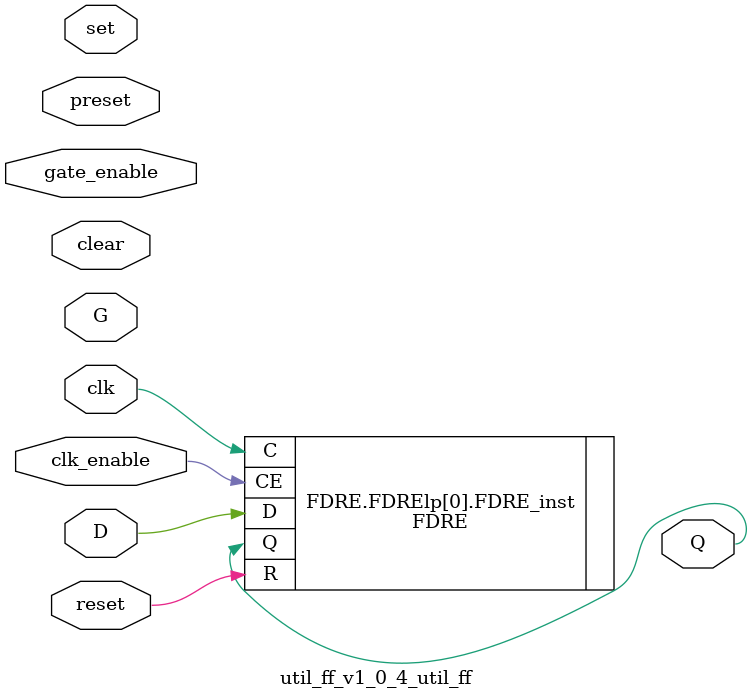
<source format=v>
`timescale 1ns/1ps

module util_ff_v1_0_4_util_ff
 #(
   parameter [0:0]         C_CLR_INVERTED  = 1'b0,
   parameter [0:0]         C_PRE_INVERTED  = 1'b0,
   parameter [0:0]         C_R_INVERTED    = 1'b0,
   parameter [0:0]         C_S_INVERTED    = 1'b0,
   parameter [0:0]         C_C_INVERTED    = 1'b0,
   parameter [0:0]         C_D_INVERTED    = 1'b0,
   parameter [0:0]         C_G_INVERTED    = 1'b0,
   parameter integer       C_WIDTH         = 1,
   parameter [C_WIDTH-1:0] C_INIT          = 'h0,
   parameter integer       C_FF_TYPE       = 1,
   parameter integer       C_FF_LEVELS     = 1
  )
  (
   input  [C_WIDTH-1:0] D,
   input                clk,
   input                set,
   input                clear,
   input                reset,
   input                preset,
   input                clk_enable,
   input                gate_enable,
   input                G,
   output [C_WIDTH-1:0] Q

  );

genvar i,j;
generate 
  if (C_FF_TYPE == 2)
  begin : FDCE
    for (i = 0; i < C_WIDTH; i = i + 1)
    begin : FDCElp
      // FDCE: D Flip-Flop with Clock Enable and Asynchronous Clear
      FDCE 
        #(
         .INIT            (C_INIT[i]),
         .IS_CLR_INVERTED (C_CLR_INVERTED),
         .IS_C_INVERTED   (C_C_INVERTED),
         .IS_D_INVERTED   (C_D_INVERTED)
         )
        FDCE_inst 
         (
         .Q               (Q[i]),
         .C               (clk),
         .CE              (clk_enable),
         .CLR             (clear),
         .D               (D[i])
         );
    end
  end
endgenerate

generate 
  if (C_FF_TYPE == 3)
  begin : FDSE
    for (i = 0; i < C_WIDTH; i = i + 1)
    begin : FDSElp
      // FDSE: D Flip-Flop with Clock Enable and Synchronous Set
      FDSE 
        #(
         .INIT            (C_INIT[i]),
         .IS_S_INVERTED   (C_S_INVERTED),
         .IS_C_INVERTED   (C_C_INVERTED),
         .IS_D_INVERTED   (C_D_INVERTED)
         )
        FDSE_inst 
         (
         .Q               (Q[i]),
         .C               (clk),
         .CE              (clk_enable),
         .S               (set),
         .D               (D[i])
         );
    end
  end
endgenerate

generate 
  if (C_FF_TYPE == 4)
  begin : FDPE
    for (i = 0; i < C_WIDTH; i = i + 1)
    begin : FDPElp
      // FDPE: D Flip-Flop with Clock Enable and Asynchronous Preset
      FDPE 
        #(
         .INIT            (C_INIT[i]),
         .IS_PRE_INVERTED (C_PRE_INVERTED),
         .IS_C_INVERTED   (C_C_INVERTED),
         .IS_D_INVERTED   (C_D_INVERTED)
         )
        FDPE_inst 
         (
         .Q               (Q[i]),
         .C               (clk),
         .CE              (clk_enable),
         .PRE               (preset),
         .D               (D[i])
         );
    end
  end
endgenerate

generate 
  if (C_FF_TYPE == 1)
  begin : FDRE
    for (i = 0; i < C_WIDTH; i = i + 1)
    begin : FDRElp
      // FDRE: D Flip-Flop with Clock Enable and Synchronous Reset
      FDRE 
        #(
         .INIT            (C_INIT[i]),
         .IS_R_INVERTED   (C_R_INVERTED),
         .IS_C_INVERTED   (C_C_INVERTED),
         .IS_D_INVERTED   (C_D_INVERTED)
         )
        FDRE_inst 
         (
         .Q               (Q[i]),
         .C               (clk),
         .CE              (clk_enable),
         .R               (reset),
         .D               (D[i])
         );
    end
  end
endgenerate

generate 
  if (C_FF_TYPE == 5)
  begin : LDCE
    for (i = 0; i < C_WIDTH; i = i + 1)
    begin : LDCElp
      // LDCE: Transparent Latch with Clock Enable and Asynchronous Clear
      LDCE 
        #(
         .INIT            (C_INIT[i]),
         .IS_CLR_INVERTED (C_CLR_INVERTED),
         .IS_G_INVERTED   (C_G_INVERTED)
         )
         LDCE_inst 
         (
         .Q              (Q[i]),
         .CLR            (clear),
         .D              (D[i]),
         .G              (G),
         .GE             (gate_enable)
         );
    end
  end
endgenerate

generate 
  if (C_FF_TYPE == 6)
  begin : LDPE
    for (i = 0; i < C_WIDTH; i = i + 1)
    begin : LDPElp
      // LDPE: Transparent Latch with Clock Enable and Asynchronous Preset
      LDPE 
        #(
         .INIT            (C_INIT[i]),
         .IS_PRE_INVERTED (C_PRE_INVERTED),
         .IS_G_INVERTED   (C_G_INVERTED)
         )
         LDPE_inst
         (
         .Q              (Q[i]),
         .PRE            (preset),
         .D              (D[i]),
         .G              (G),
         .GE             (gate_enable)
         );
    end
  end
endgenerate

endmodule 



</source>
